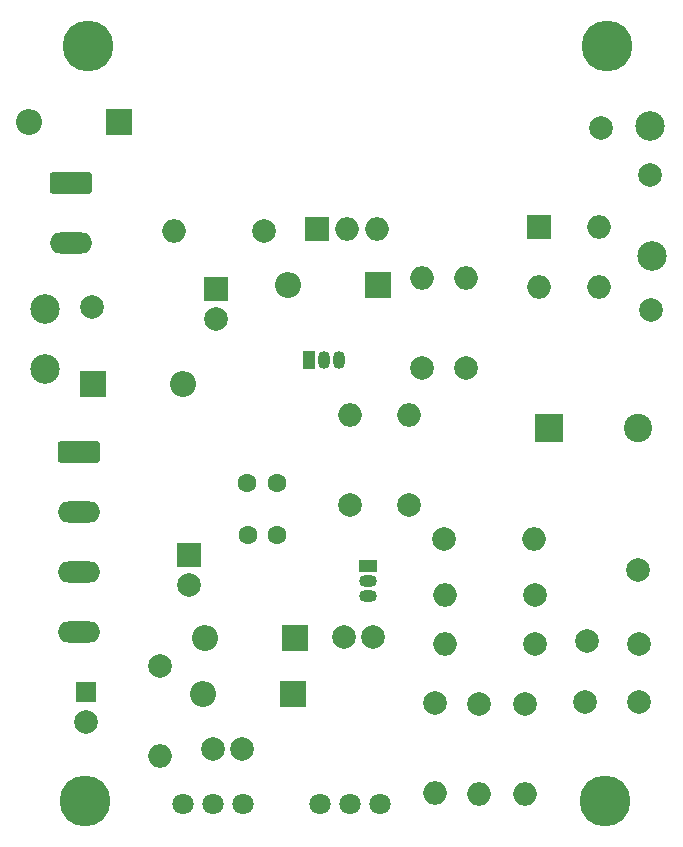
<source format=gbs>
G04 #@! TF.GenerationSoftware,KiCad,Pcbnew,7.0.8-dirty*
G04 #@! TF.CreationDate,2023-11-16T23:24:39-03:00*
G04 #@! TF.ProjectId,Fonte 0-24V,466f6e74-6520-4302-9d32-34562e6b6963,rev?*
G04 #@! TF.SameCoordinates,Original*
G04 #@! TF.FileFunction,Soldermask,Bot*
G04 #@! TF.FilePolarity,Negative*
%FSLAX46Y46*%
G04 Gerber Fmt 4.6, Leading zero omitted, Abs format (unit mm)*
G04 Created by KiCad (PCBNEW 7.0.8-dirty) date 2023-11-16 23:24:39*
%MOMM*%
%LPD*%
G01*
G04 APERTURE LIST*
G04 Aperture macros list*
%AMRoundRect*
0 Rectangle with rounded corners*
0 $1 Rounding radius*
0 $2 $3 $4 $5 $6 $7 $8 $9 X,Y pos of 4 corners*
0 Add a 4 corners polygon primitive as box body*
4,1,4,$2,$3,$4,$5,$6,$7,$8,$9,$2,$3,0*
0 Add four circle primitives for the rounded corners*
1,1,$1+$1,$2,$3*
1,1,$1+$1,$4,$5*
1,1,$1+$1,$6,$7*
1,1,$1+$1,$8,$9*
0 Add four rect primitives between the rounded corners*
20,1,$1+$1,$2,$3,$4,$5,0*
20,1,$1+$1,$4,$5,$6,$7,0*
20,1,$1+$1,$6,$7,$8,$9,0*
20,1,$1+$1,$8,$9,$2,$3,0*%
G04 Aperture macros list end*
%ADD10C,2.000000*%
%ADD11R,2.200000X2.200000*%
%ADD12O,2.200000X2.200000*%
%ADD13C,4.300000*%
%ADD14C,2.500000*%
%ADD15O,2.000000X2.000000*%
%ADD16R,2.000000X2.000000*%
%ADD17C,1.600000*%
%ADD18RoundRect,0.250000X-1.550000X0.650000X-1.550000X-0.650000X1.550000X-0.650000X1.550000X0.650000X0*%
%ADD19O,3.600000X1.800000*%
%ADD20R,1.800000X1.800000*%
%ADD21R,1.050000X1.500000*%
%ADD22O,1.050000X1.500000*%
%ADD23R,2.400000X2.400000*%
%ADD24C,2.400000*%
%ADD25C,1.800000*%
%ADD26R,1.500000X1.050000*%
%ADD27O,1.500000X1.050000*%
G04 APERTURE END LIST*
D10*
X186826000Y-63540000D03*
D11*
X156786000Y-102790000D03*
D12*
X149166000Y-102790000D03*
D13*
X139296000Y-52600000D03*
D14*
X187026000Y-70390000D03*
D10*
X167547777Y-79909180D03*
D15*
X167547777Y-72289180D03*
D16*
X158656000Y-68110000D03*
D15*
X161196000Y-68110000D03*
X163736000Y-68110000D03*
D16*
X147826000Y-95740000D03*
D10*
X147826000Y-98240000D03*
X145397777Y-105089180D03*
D15*
X145397777Y-112709180D03*
D11*
X156636000Y-107490000D03*
D12*
X149016000Y-107490000D03*
D11*
X163786000Y-72840000D03*
D12*
X156166000Y-72840000D03*
D10*
X169416000Y-94390000D03*
D15*
X177036000Y-94390000D03*
D10*
X181376000Y-108140000D03*
D17*
X152776000Y-94040000D03*
X155276000Y-94040000D03*
D10*
X182726000Y-59540000D03*
D14*
X135597777Y-79939180D03*
D10*
X149826000Y-112190000D03*
X152326000Y-112190000D03*
X177136000Y-99140000D03*
D15*
X169516000Y-99140000D03*
D18*
X138457777Y-86969180D03*
D19*
X138457777Y-92049180D03*
X138457777Y-97129180D03*
X138457777Y-102209180D03*
D11*
X139666000Y-81209180D03*
D12*
X147286000Y-81209180D03*
D10*
X185826000Y-96990000D03*
X185876000Y-103240000D03*
X172376000Y-108330000D03*
D15*
X172376000Y-115950000D03*
D20*
X139107777Y-107334180D03*
D10*
X139107777Y-109874180D03*
X161426000Y-91500000D03*
D15*
X161426000Y-83880000D03*
D16*
X177451000Y-67945000D03*
D15*
X177451000Y-73025000D03*
X182531000Y-73025000D03*
X182531000Y-67945000D03*
D17*
X152726000Y-89640000D03*
X155226000Y-89640000D03*
D13*
X183186000Y-52600000D03*
D10*
X154137777Y-68329180D03*
D15*
X146517777Y-68329180D03*
D10*
X163426000Y-102640000D03*
X160926000Y-102640000D03*
D21*
X157947777Y-79209180D03*
D22*
X159217777Y-79209180D03*
X160487777Y-79209180D03*
D10*
X185926000Y-108140000D03*
D16*
X150126000Y-73240000D03*
D10*
X150126000Y-75740000D03*
D13*
X139026000Y-116590000D03*
D10*
X181476000Y-102990000D03*
X177086000Y-103290000D03*
D15*
X169466000Y-103290000D03*
D18*
X137825277Y-64236680D03*
D19*
X137825277Y-69316680D03*
D23*
X178313246Y-84940000D03*
D24*
X185813246Y-84940000D03*
D10*
X168646000Y-108240000D03*
D15*
X168646000Y-115860000D03*
D10*
X186967777Y-75019180D03*
X176286000Y-108330000D03*
D15*
X176286000Y-115950000D03*
D11*
X141907777Y-59079180D03*
D12*
X134287777Y-59079180D03*
D25*
X147296000Y-116840000D03*
X149836000Y-116840000D03*
X152376000Y-116840000D03*
D14*
X135626000Y-74890000D03*
D26*
X162966000Y-96620000D03*
D27*
X162966000Y-97890000D03*
X162966000Y-99160000D03*
D10*
X171247777Y-79909180D03*
D15*
X171247777Y-72289180D03*
D13*
X183026000Y-116590000D03*
D25*
X164016000Y-116840000D03*
X161476000Y-116840000D03*
X158936000Y-116840000D03*
D14*
X186876000Y-59440000D03*
D10*
X166426000Y-91500000D03*
D15*
X166426000Y-83880000D03*
D10*
X139637777Y-74749180D03*
M02*

</source>
